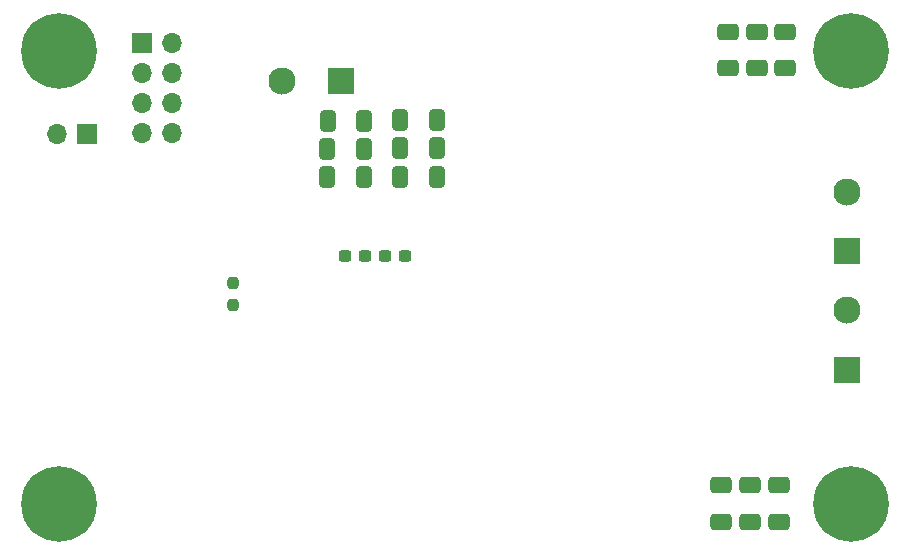
<source format=gbr>
%TF.GenerationSoftware,KiCad,Pcbnew,(6.0.8)*%
%TF.CreationDate,2023-03-12T18:26:40+08:00*%
%TF.ProjectId,STEP_MOTO,53544550-5f4d-44f5-944f-2e6b69636164,rev?*%
%TF.SameCoordinates,Original*%
%TF.FileFunction,Soldermask,Bot*%
%TF.FilePolarity,Negative*%
%FSLAX46Y46*%
G04 Gerber Fmt 4.6, Leading zero omitted, Abs format (unit mm)*
G04 Created by KiCad (PCBNEW (6.0.8)) date 2023-03-12 18:26:40*
%MOMM*%
%LPD*%
G01*
G04 APERTURE LIST*
G04 Aperture macros list*
%AMRoundRect*
0 Rectangle with rounded corners*
0 $1 Rounding radius*
0 $2 $3 $4 $5 $6 $7 $8 $9 X,Y pos of 4 corners*
0 Add a 4 corners polygon primitive as box body*
4,1,4,$2,$3,$4,$5,$6,$7,$8,$9,$2,$3,0*
0 Add four circle primitives for the rounded corners*
1,1,$1+$1,$2,$3*
1,1,$1+$1,$4,$5*
1,1,$1+$1,$6,$7*
1,1,$1+$1,$8,$9*
0 Add four rect primitives between the rounded corners*
20,1,$1+$1,$2,$3,$4,$5,0*
20,1,$1+$1,$4,$5,$6,$7,0*
20,1,$1+$1,$6,$7,$8,$9,0*
20,1,$1+$1,$8,$9,$2,$3,0*%
G04 Aperture macros list end*
%ADD10R,2.300000X2.300000*%
%ADD11C,2.300000*%
%ADD12C,0.800000*%
%ADD13C,6.400000*%
%ADD14R,1.700000X1.700000*%
%ADD15O,1.700000X1.700000*%
%ADD16RoundRect,0.237500X0.300000X0.237500X-0.300000X0.237500X-0.300000X-0.237500X0.300000X-0.237500X0*%
%ADD17RoundRect,0.250000X-0.650000X0.412500X-0.650000X-0.412500X0.650000X-0.412500X0.650000X0.412500X0*%
%ADD18RoundRect,0.250000X-0.412500X-0.650000X0.412500X-0.650000X0.412500X0.650000X-0.412500X0.650000X0*%
%ADD19RoundRect,0.237500X-0.300000X-0.237500X0.300000X-0.237500X0.300000X0.237500X-0.300000X0.237500X0*%
%ADD20RoundRect,0.237500X-0.237500X0.250000X-0.237500X-0.250000X0.237500X-0.250000X0.237500X0.250000X0*%
%ADD21RoundRect,0.250000X0.412500X0.650000X-0.412500X0.650000X-0.412500X-0.650000X0.412500X-0.650000X0*%
%ADD22RoundRect,0.250000X0.650000X-0.412500X0.650000X0.412500X-0.650000X0.412500X-0.650000X-0.412500X0*%
G04 APERTURE END LIST*
D10*
%TO.C,J5*%
X27823600Y39771600D03*
D11*
X22823600Y39771600D03*
%TD*%
D12*
%TO.C,REF\u002A\u002A*%
X72697056Y2302944D03*
X71000000Y1600000D03*
X69302944Y2302944D03*
X73400000Y4000000D03*
D13*
X71000000Y4000000D03*
D12*
X69302944Y5697056D03*
X68600000Y4000000D03*
X71000000Y6400000D03*
X72697056Y5697056D03*
%TD*%
%TO.C,REF\u002A\u002A*%
X4000000Y44750000D03*
D13*
X4000000Y42350000D03*
D12*
X6400000Y42350000D03*
X2302944Y40652944D03*
X2302944Y44047056D03*
X4000000Y39950000D03*
X1600000Y42350000D03*
X5697056Y40652944D03*
X5697056Y44047056D03*
%TD*%
D14*
%TO.C,J3*%
X11025000Y43000000D03*
D15*
X11025000Y40460000D03*
X11025000Y37920000D03*
X11025000Y35380000D03*
X13565000Y35380000D03*
X13565000Y37920000D03*
X13565000Y40460000D03*
X13565000Y43000000D03*
%TD*%
D10*
%TO.C,J2*%
X70639600Y15384800D03*
D11*
X70639600Y20384800D03*
%TD*%
D13*
%TO.C,REF\u002A\u002A*%
X71000000Y42350000D03*
D12*
X73400000Y42350000D03*
X72697056Y44047056D03*
X71000000Y39950000D03*
X68600000Y42350000D03*
X69302944Y40652944D03*
X69302944Y44047056D03*
X72697056Y40652944D03*
X71000000Y44750000D03*
%TD*%
D14*
%TO.C,J4*%
X6299000Y35352000D03*
D15*
X3759000Y35352000D03*
%TD*%
D12*
%TO.C,REF\u002A\u002A*%
X4000000Y6400000D03*
X5697056Y5697056D03*
X2302944Y5697056D03*
D13*
X4000000Y4000000D03*
D12*
X1600000Y4000000D03*
X6400000Y4000000D03*
X4000000Y1600000D03*
X5697056Y2302944D03*
X2302944Y2302944D03*
%TD*%
D10*
%TO.C,J1*%
X70637200Y25384400D03*
D11*
X70637200Y30384400D03*
%TD*%
D16*
%TO.C,C38*%
X29894500Y24988800D03*
X28169500Y24988800D03*
%TD*%
D17*
%TO.C,C26*%
X62483800Y5608600D03*
X62483800Y2483600D03*
%TD*%
D18*
%TO.C,C21*%
X32837500Y31700000D03*
X35962500Y31700000D03*
%TD*%
D17*
%TO.C,C12*%
X64947600Y5608600D03*
X64947600Y2483600D03*
%TD*%
D18*
%TO.C,C14*%
X32837500Y34100000D03*
X35962500Y34100000D03*
%TD*%
D19*
%TO.C,C39*%
X31522300Y24988800D03*
X33247300Y24988800D03*
%TD*%
D20*
%TO.C,R3*%
X18719600Y22675500D03*
X18719600Y20850500D03*
%TD*%
D21*
%TO.C,C18*%
X29812500Y34050000D03*
X26687500Y34050000D03*
%TD*%
D22*
%TO.C,C17*%
X63017200Y40876100D03*
X63017200Y44001100D03*
%TD*%
%TO.C,C15*%
X60578800Y40876100D03*
X60578800Y44001100D03*
%TD*%
D17*
%TO.C,C20*%
X59994600Y5621700D03*
X59994600Y2496700D03*
%TD*%
D18*
%TO.C,C23*%
X32837500Y36500000D03*
X35962500Y36500000D03*
%TD*%
D21*
%TO.C,C25*%
X29812500Y31650000D03*
X26687500Y31650000D03*
%TD*%
%TO.C,C16*%
X29825000Y36450000D03*
X26700000Y36450000D03*
%TD*%
D22*
%TO.C,C22*%
X65455600Y40876100D03*
X65455600Y44001100D03*
%TD*%
M02*

</source>
